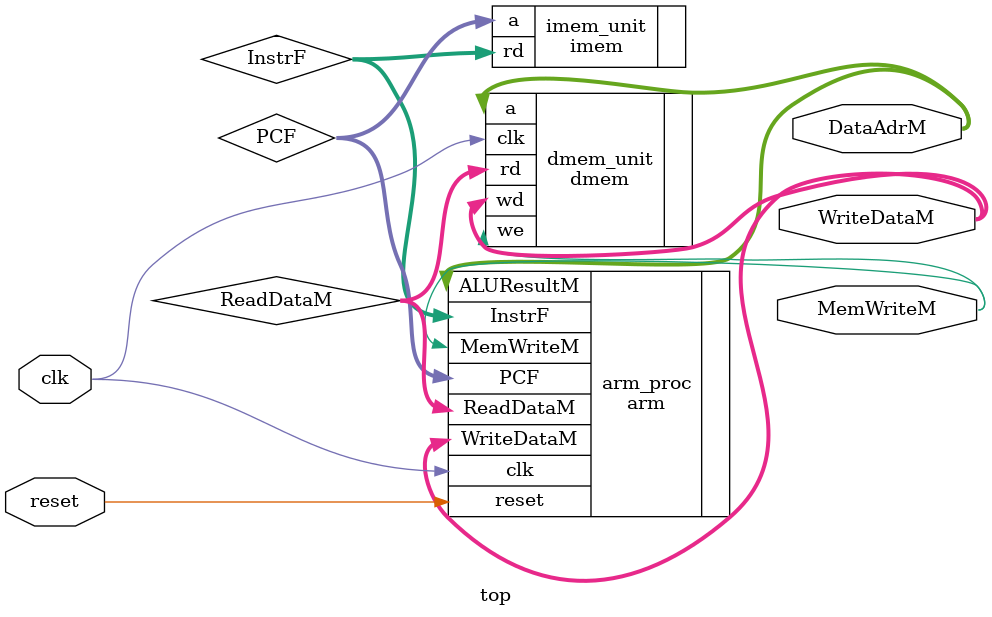
<source format=sv>
module top (
input logic clk, reset,
output logic [31:0] WriteDataM,
output logic [31:0] DataAdrM,
output logic MemWriteM
);
logic [31:0] PCF, InstrF, ReadDataM;

arm arm_proc (
.clk(clk),
.reset(reset),
.PCF(PCF),
.InstrF(InstrF),
.MemWriteM(MemWriteM),
.ALUResultM(DataAdrM),
.WriteDataM(WriteDataM),
.ReadDataM(ReadDataM)
);

imem imem_unit (
.a(PCF),
.rd(InstrF)
);

dmem dmem_unit (
.clk(clk),
.we(MemWriteM),
.a(DataAdrM),
.wd(WriteDataM),
.rd(ReadDataM)
);
endmodule

</source>
